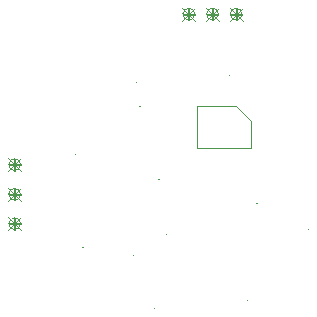
<source format=gbr>
%TF.GenerationSoftware,KiCad,Pcbnew,9.0.4*%
%TF.CreationDate,2025-10-01T23:04:17+01:00*%
%TF.ProjectId,vm_rgb_ring,766d5f72-6762-45f7-9269-6e672e6b6963,0.4*%
%TF.SameCoordinates,PX4f64b50PY4749830*%
%TF.FileFunction,AssemblyDrawing,Top*%
%FSLAX45Y45*%
G04 Gerber Fmt 4.5, Leading zero omitted, Abs format (unit mm)*
G04 Created by KiCad (PCBNEW 9.0.4) date 2025-10-01 23:04:17*
%MOMM*%
%LPD*%
G01*
G04 APERTURE LIST*
%ADD10C,0.100000*%
%ADD11C,0.120000*%
%ADD12C,0.075000*%
G04 APERTURE END LIST*
D10*
X325000Y1495000D02*
X425000Y1495000D01*
X425000Y1505000D02*
G75*
G02*
X425000Y1495000I0J-5000D01*
G01*
X425000Y1505000D02*
X325000Y1505000D01*
X325000Y1505000D02*
G75*
G03*
X325000Y1495000I0J-5000D01*
G01*
X370000Y1550000D02*
X370000Y1450000D01*
X380000Y1450000D02*
G75*
G02*
X370000Y1450000I-5000J0D01*
G01*
X380000Y1450000D02*
X380000Y1550000D01*
X380000Y1550000D02*
G75*
G03*
X370000Y1550000I-5000J0D01*
G01*
%TO.C,GS5*%
X425000Y1500000D02*
G75*
G02*
X325000Y1500000I-50000J0D01*
G01*
X325000Y1500000D02*
G75*
G02*
X425000Y1500000I50000J0D01*
G01*
X425000Y1500000D02*
G75*
G02*
X325000Y1500000I-50000J0D01*
G01*
X325000Y1500000D02*
G75*
G02*
X425000Y1500000I50000J0D01*
G01*
X-1550000Y220000D02*
X-1450000Y220000D01*
X-1450000Y230000D02*
G75*
G02*
X-1450000Y220000I0J-5000D01*
G01*
X-1450000Y230000D02*
X-1550000Y230000D01*
X-1550000Y230000D02*
G75*
G03*
X-1550000Y220000I0J-5000D01*
G01*
X-1505000Y275000D02*
X-1505000Y175000D01*
X-1495000Y175000D02*
G75*
G02*
X-1505000Y175000I-5000J0D01*
G01*
X-1495000Y175000D02*
X-1495000Y275000D01*
X-1495000Y275000D02*
G75*
G03*
X-1505000Y275000I-5000J0D01*
G01*
%TO.C,GS3*%
X-1450000Y225000D02*
G75*
G02*
X-1550000Y225000I-50000J0D01*
G01*
X-1550000Y225000D02*
G75*
G02*
X-1450000Y225000I50000J0D01*
G01*
X-1450000Y225000D02*
G75*
G02*
X-1550000Y225000I-50000J0D01*
G01*
X-1550000Y225000D02*
G75*
G02*
X-1450000Y225000I50000J0D01*
G01*
D11*
%TO.C,J1*%
X41900Y719060D02*
X372100Y719060D01*
X41900Y363460D02*
X41900Y719060D01*
X372100Y719060D02*
X499100Y592060D01*
X499100Y592060D02*
X499100Y363460D01*
X499100Y363460D02*
X41900Y363460D01*
%TO.C,LED4*%
D12*
X479161Y-928110D02*
G75*
G02*
X471661Y-928110I-3750J0D01*
G01*
X471661Y-928110D02*
G75*
G02*
X479161Y-928110I3750J0D01*
G01*
D10*
X125000Y1495000D02*
X225000Y1495000D01*
X225000Y1505000D02*
G75*
G02*
X225000Y1495000I0J-5000D01*
G01*
X225000Y1505000D02*
X125000Y1505000D01*
X125000Y1505000D02*
G75*
G03*
X125000Y1495000I0J-5000D01*
G01*
X170000Y1550000D02*
X170000Y1450000D01*
X180000Y1450000D02*
G75*
G02*
X170000Y1450000I-5000J0D01*
G01*
X180000Y1450000D02*
X180000Y1550000D01*
X180000Y1550000D02*
G75*
G03*
X170000Y1550000I-5000J0D01*
G01*
%TO.C,GS4*%
X225000Y1500000D02*
G75*
G02*
X125000Y1500000I-50000J0D01*
G01*
X125000Y1500000D02*
G75*
G02*
X225000Y1500000I50000J0D01*
G01*
X225000Y1500000D02*
G75*
G02*
X125000Y1500000I-50000J0D01*
G01*
X125000Y1500000D02*
G75*
G02*
X225000Y1500000I50000J0D01*
G01*
%TO.C,LED8*%
D12*
X-468361Y917439D02*
G75*
G02*
X-475861Y917439I-3750J0D01*
G01*
X-475861Y917439D02*
G75*
G02*
X-468361Y917439I3750J0D01*
G01*
%TO.C,U2*%
X-273750Y102500D02*
G75*
G02*
X-281250Y102500I-3750J0D01*
G01*
X-281250Y102500D02*
G75*
G02*
X-273750Y102500I3750J0D01*
G01*
D10*
X-75000Y1495000D02*
X25000Y1495000D01*
X25000Y1505000D02*
G75*
G02*
X25000Y1495000I0J-5000D01*
G01*
X25000Y1505000D02*
X-75000Y1505000D01*
X-75000Y1505000D02*
G75*
G03*
X-75000Y1495000I0J-5000D01*
G01*
X-30000Y1550000D02*
X-30000Y1450000D01*
X-20000Y1450000D02*
G75*
G02*
X-30000Y1450000I-5000J0D01*
G01*
X-20000Y1450000D02*
X-20000Y1550000D01*
X-20000Y1550000D02*
G75*
G03*
X-30000Y1550000I-5000J0D01*
G01*
%TO.C,GS6*%
X25000Y1500000D02*
G75*
G02*
X-75000Y1500000I-50000J0D01*
G01*
X-75000Y1500000D02*
G75*
G02*
X25000Y1500000I50000J0D01*
G01*
X25000Y1500000D02*
G75*
G02*
X-75000Y1500000I-50000J0D01*
G01*
X-75000Y1500000D02*
G75*
G02*
X25000Y1500000I50000J0D01*
G01*
%TO.C,D1*%
D12*
X-493750Y-547500D02*
G75*
G02*
X-501250Y-547500I-3750J0D01*
G01*
X-501250Y-547500D02*
G75*
G02*
X-493750Y-547500I3750J0D01*
G01*
%TO.C,LED3*%
X992900Y-322835D02*
G75*
G02*
X985400Y-322835I-3750J0D01*
G01*
X985400Y-322835D02*
G75*
G02*
X992900Y-322835I3750J0D01*
G01*
%TO.C,Q1*%
X556250Y-105000D02*
G75*
G02*
X548750Y-105000I-3750J0D01*
G01*
X548750Y-105000D02*
G75*
G02*
X556250Y-105000I3750J0D01*
G01*
%TO.C,U1*%
X-209250Y-367500D02*
G75*
G02*
X-216750Y-367500I-3750J0D01*
G01*
X-216750Y-367500D02*
G75*
G02*
X-209250Y-367500I3750J0D01*
G01*
%TO.C,LED5*%
X-312100Y-992835D02*
G75*
G02*
X-319600Y-992835I-3750J0D01*
G01*
X-319600Y-992835D02*
G75*
G02*
X-312100Y-992835I3750J0D01*
G01*
%TO.C,LED2*%
X928174Y468426D02*
G75*
G02*
X920674Y468426I-3750J0D01*
G01*
X920674Y468426D02*
G75*
G02*
X928174Y468426I3750J0D01*
G01*
%TO.C,LED7*%
X-982100Y312165D02*
G75*
G02*
X-989600Y312165I-3750J0D01*
G01*
X-989600Y312165D02*
G75*
G02*
X-982100Y312165I3750J0D01*
G01*
D10*
X-1550000Y-280000D02*
X-1450000Y-280000D01*
X-1450000Y-270000D02*
G75*
G02*
X-1450000Y-280000I0J-5000D01*
G01*
X-1450000Y-270000D02*
X-1550000Y-270000D01*
X-1550000Y-270000D02*
G75*
G03*
X-1550000Y-280000I0J-5000D01*
G01*
X-1505000Y-225000D02*
X-1505000Y-325000D01*
X-1495000Y-325000D02*
G75*
G02*
X-1505000Y-325000I-5000J0D01*
G01*
X-1495000Y-325000D02*
X-1495000Y-225000D01*
X-1495000Y-225000D02*
G75*
G03*
X-1505000Y-225000I-5000J0D01*
G01*
%TO.C,GS2*%
X-1450000Y-275000D02*
G75*
G02*
X-1550000Y-275000I-50000J0D01*
G01*
X-1550000Y-275000D02*
G75*
G02*
X-1450000Y-275000I50000J0D01*
G01*
X-1450000Y-275000D02*
G75*
G02*
X-1550000Y-275000I-50000J0D01*
G01*
X-1550000Y-275000D02*
G75*
G02*
X-1450000Y-275000I50000J0D01*
G01*
%TO.C,LED1*%
D12*
X322900Y982165D02*
G75*
G02*
X315400Y982165I-3750J0D01*
G01*
X315400Y982165D02*
G75*
G02*
X322900Y982165I3750J0D01*
G01*
%TO.C,LED6*%
X-917374Y-479097D02*
G75*
G02*
X-924874Y-479097I-3750J0D01*
G01*
X-924874Y-479097D02*
G75*
G02*
X-917374Y-479097I3750J0D01*
G01*
D10*
X-1550000Y-30000D02*
X-1450000Y-30000D01*
X-1450000Y-20000D02*
G75*
G02*
X-1450000Y-30000I0J-5000D01*
G01*
X-1450000Y-20000D02*
X-1550000Y-20000D01*
X-1550000Y-20000D02*
G75*
G03*
X-1550000Y-30000I0J-5000D01*
G01*
X-1505000Y25000D02*
X-1505000Y-75000D01*
X-1495000Y-75000D02*
G75*
G02*
X-1505000Y-75000I-5000J0D01*
G01*
X-1495000Y-75000D02*
X-1495000Y25000D01*
X-1495000Y25000D02*
G75*
G03*
X-1505000Y25000I-5000J0D01*
G01*
%TO.C,GS1*%
X-1450000Y-25000D02*
G75*
G02*
X-1550000Y-25000I-50000J0D01*
G01*
X-1550000Y-25000D02*
G75*
G02*
X-1450000Y-25000I50000J0D01*
G01*
X-1450000Y-25000D02*
G75*
G02*
X-1550000Y-25000I-50000J0D01*
G01*
X-1550000Y-25000D02*
G75*
G02*
X-1450000Y-25000I50000J0D01*
G01*
%TO.C,D2*%
D12*
X-436250Y720000D02*
G75*
G02*
X-443750Y720000I-3750J0D01*
G01*
X-443750Y720000D02*
G75*
G02*
X-436250Y720000I3750J0D01*
G01*
%TD*%
D10*
X320000Y1555000D02*
X430000Y1445000D01*
X320000Y1445000D02*
X430000Y1555000D01*
X-1555000Y280000D02*
X-1445000Y170000D01*
X-1555000Y170000D02*
X-1445000Y280000D01*
X120000Y1555000D02*
X230000Y1445000D01*
X120000Y1445000D02*
X230000Y1555000D01*
X-80000Y1555000D02*
X30000Y1445000D01*
X-80000Y1445000D02*
X30000Y1555000D01*
X-1555000Y-220000D02*
X-1445000Y-330000D01*
X-1555000Y-330000D02*
X-1445000Y-220000D01*
X-1555000Y30000D02*
X-1445000Y-80000D01*
X-1555000Y-80000D02*
X-1445000Y30000D01*
M02*

</source>
